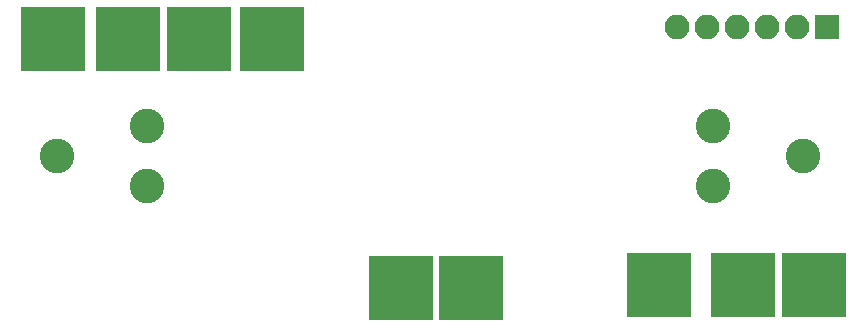
<source format=gbs>
G04 #@! TF.FileFunction,Soldermask,Bot*
%FSLAX46Y46*%
G04 Gerber Fmt 4.6, Leading zero omitted, Abs format (unit mm)*
G04 Created by KiCad (PCBNEW 4.0.6) date Mon Aug 21 13:20:44 2017*
%MOMM*%
%LPD*%
G01*
G04 APERTURE LIST*
%ADD10C,0.100000*%
%ADD11R,5.400000X5.400000*%
%ADD12R,2.100000X2.100000*%
%ADD13O,2.100000X2.100000*%
%ADD14C,2.940000*%
G04 APERTURE END LIST*
D10*
D11*
X214424000Y-50292000D03*
X220424000Y-50292000D03*
X168354000Y-29464000D03*
X162354000Y-29464000D03*
X155956000Y-29464000D03*
D12*
X221488000Y-28448000D03*
D13*
X218948000Y-28448000D03*
X216408000Y-28448000D03*
X213868000Y-28448000D03*
X211328000Y-28448000D03*
X208788000Y-28448000D03*
D11*
X191350000Y-50550000D03*
X207264000Y-50292000D03*
X185420000Y-50546000D03*
X174498000Y-29464000D03*
D14*
X156340000Y-39370000D03*
X163960000Y-41910000D03*
X163960000Y-36830000D03*
X219460000Y-39370000D03*
X211840000Y-36830000D03*
X211840000Y-41910000D03*
M02*

</source>
